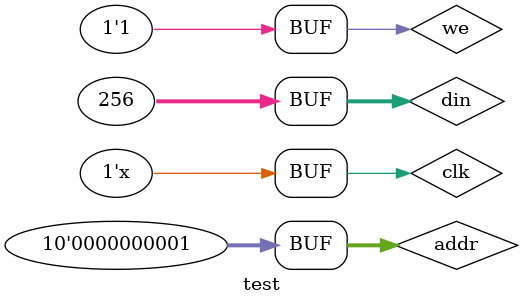
<source format=v>
module test;
  reg clk,reset,zero;
  reg npc_sel;
  wire [31:0]instr;
  wire [31:0] npc;
  wire [31:0]pc;
  wire [31:0] jr_in,jal_save;
  
  reg [5:0]opcode;
  reg [5:0]funct;
  wire [2:0]nPCsel;
  wire [1:0]regDst,extsel,writeData,ALUsel;
  wire ALUSrc,memWrite,overflow,regWrite;
  
  reg [9:0]addr;
  reg [31:0]din;
  reg we;
  wire [31:0]dout;
  dm_1k d(addr,din,we,clk,dout);
  /*pc p1(clk,npc,reset,pc);
  npc npc1(pc,nPCsel,instr[25:0],zero,jr_in,npc,jal_save);
  im_1k im1(pc[9:0],instr);
  control c1(instr[31:26],instr[5:0],regDst,ALUSrc,writeData,regWrite,memWrite,nPCsel,extsel,ALUsel,overflow);*/
  initial
  begin
    clk=1;//reset=0;
    #5 ;//reset=1;
    addr=10'b0000000001;
    we=1;
    din=32'h00000100;
    #5 ;//reset=0;
    addr=10'b0000000001;
    we=1;
    
    //$readmemh("p1-test.txt",im1.im);
  end
  
  always
    #30 clk=~clk;
    
  endmodule
</source>
